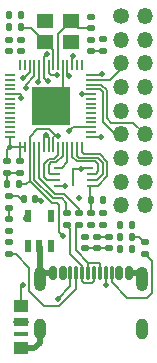
<source format=gbr>
%TF.GenerationSoftware,KiCad,Pcbnew,9.0.0*%
%TF.CreationDate,2025-06-10T15:00:40-04:00*%
%TF.ProjectId,aditBoard,61646974-426f-4617-9264-2e6b69636164,rev?*%
%TF.SameCoordinates,Original*%
%TF.FileFunction,Copper,L1,Top*%
%TF.FilePolarity,Positive*%
%FSLAX46Y46*%
G04 Gerber Fmt 4.6, Leading zero omitted, Abs format (unit mm)*
G04 Created by KiCad (PCBNEW 9.0.0) date 2025-06-10 15:00:40*
%MOMM*%
%LPD*%
G01*
G04 APERTURE LIST*
G04 Aperture macros list*
%AMRoundRect*
0 Rectangle with rounded corners*
0 $1 Rounding radius*
0 $2 $3 $4 $5 $6 $7 $8 $9 X,Y pos of 4 corners*
0 Add a 4 corners polygon primitive as box body*
4,1,4,$2,$3,$4,$5,$6,$7,$8,$9,$2,$3,0*
0 Add four circle primitives for the rounded corners*
1,1,$1+$1,$2,$3*
1,1,$1+$1,$4,$5*
1,1,$1+$1,$6,$7*
1,1,$1+$1,$8,$9*
0 Add four rect primitives between the rounded corners*
20,1,$1+$1,$2,$3,$4,$5,0*
20,1,$1+$1,$4,$5,$6,$7,0*
20,1,$1+$1,$6,$7,$8,$9,0*
20,1,$1+$1,$8,$9,$2,$3,0*%
G04 Aperture macros list end*
%TA.AperFunction,SMDPad,CuDef*%
%ADD10R,1.200000X1.000000*%
%TD*%
%TA.AperFunction,SMDPad,CuDef*%
%ADD11R,1.200000X0.700000*%
%TD*%
%TA.AperFunction,SMDPad,CuDef*%
%ADD12R,1.200000X0.450000*%
%TD*%
%TA.AperFunction,SMDPad,CuDef*%
%ADD13R,0.580000X0.280000*%
%TD*%
%TA.AperFunction,SMDPad,CuDef*%
%ADD14R,0.200000X1.600000*%
%TD*%
%TA.AperFunction,SMDPad,CuDef*%
%ADD15R,0.620000X1.100000*%
%TD*%
%TA.AperFunction,SMDPad,CuDef*%
%ADD16R,1.400000X1.200000*%
%TD*%
%TA.AperFunction,SMDPad,CuDef*%
%ADD17RoundRect,0.140000X0.170000X-0.140000X0.170000X0.140000X-0.170000X0.140000X-0.170000X-0.140000X0*%
%TD*%
%TA.AperFunction,SMDPad,CuDef*%
%ADD18RoundRect,0.135000X0.185000X-0.135000X0.185000X0.135000X-0.185000X0.135000X-0.185000X-0.135000X0*%
%TD*%
%TA.AperFunction,SMDPad,CuDef*%
%ADD19RoundRect,0.140000X-0.140000X-0.170000X0.140000X-0.170000X0.140000X0.170000X-0.140000X0.170000X0*%
%TD*%
%TA.AperFunction,ComponentPad*%
%ADD20C,1.350000*%
%TD*%
%TA.AperFunction,ComponentPad*%
%ADD21O,1.350000X1.350000*%
%TD*%
%TA.AperFunction,SMDPad,CuDef*%
%ADD22RoundRect,0.140000X-0.170000X0.140000X-0.170000X-0.140000X0.170000X-0.140000X0.170000X0.140000X0*%
%TD*%
%TA.AperFunction,SMDPad,CuDef*%
%ADD23RoundRect,0.050000X0.387500X0.050000X-0.387500X0.050000X-0.387500X-0.050000X0.387500X-0.050000X0*%
%TD*%
%TA.AperFunction,SMDPad,CuDef*%
%ADD24RoundRect,0.050000X0.050000X0.387500X-0.050000X0.387500X-0.050000X-0.387500X0.050000X-0.387500X0*%
%TD*%
%TA.AperFunction,HeatsinkPad*%
%ADD25R,3.200000X3.200000*%
%TD*%
%TA.AperFunction,SMDPad,CuDef*%
%ADD26RoundRect,0.135000X-0.185000X0.135000X-0.185000X-0.135000X0.185000X-0.135000X0.185000X0.135000X0*%
%TD*%
%TA.AperFunction,SMDPad,CuDef*%
%ADD27RoundRect,0.135000X-0.135000X-0.185000X0.135000X-0.185000X0.135000X0.185000X-0.135000X0.185000X0*%
%TD*%
%TA.AperFunction,SMDPad,CuDef*%
%ADD28RoundRect,0.150000X-0.150000X-0.425000X0.150000X-0.425000X0.150000X0.425000X-0.150000X0.425000X0*%
%TD*%
%TA.AperFunction,SMDPad,CuDef*%
%ADD29RoundRect,0.075000X-0.075000X-0.500000X0.075000X-0.500000X0.075000X0.500000X-0.075000X0.500000X0*%
%TD*%
%TA.AperFunction,ComponentPad*%
%ADD30O,1.000000X2.100000*%
%TD*%
%TA.AperFunction,ComponentPad*%
%ADD31O,1.000000X1.800000*%
%TD*%
%TA.AperFunction,SMDPad,CuDef*%
%ADD32RoundRect,0.135000X0.135000X0.185000X-0.135000X0.185000X-0.135000X-0.185000X0.135000X-0.185000X0*%
%TD*%
%TA.AperFunction,ViaPad*%
%ADD33C,0.500000*%
%TD*%
%TA.AperFunction,Conductor*%
%ADD34C,0.200000*%
%TD*%
%TA.AperFunction,Conductor*%
%ADD35C,0.508000*%
%TD*%
G04 APERTURE END LIST*
D10*
%TO.P,U1,1,DIN*%
%TO.N,Net-(U1-DIN)*%
X116175000Y-106250000D03*
D11*
%TO.P,U1,2,VDD*%
%TO.N,/5V*%
X116175000Y-107600000D03*
D12*
%TO.P,U1,3,DOUT*%
%TO.N,unconnected-(U1-DOUT-Pad3)*%
X116175000Y-108625000D03*
D10*
%TO.P,U1,4,GND*%
%TO.N,/GND*%
X116175000Y-109850000D03*
%TD*%
D13*
%TO.P,U2,1,/CS*%
%TO.N,/QSPI_SS*%
X121990000Y-96060000D03*
%TO.P,U2,2,DO(IO1)*%
%TO.N,/QSPI_SD1*%
X121990000Y-95560000D03*
%TO.P,U2,3,/WP(IO2)*%
%TO.N,/QSPI_SD2*%
X121990000Y-95060000D03*
%TO.P,U2,4,GND*%
%TO.N,/GND*%
X121990000Y-94560000D03*
%TO.P,U2,5,DI(IO0)*%
%TO.N,/QSPI_SD0*%
X119150000Y-94560000D03*
%TO.P,U2,6,CLK*%
%TO.N,/QSPI_SCLK*%
X119150000Y-95060000D03*
%TO.P,U2,7,/HOLDOR/RESET(IO3)*%
%TO.N,/QSPI_SD3*%
X119150000Y-95560000D03*
%TO.P,U2,8,VCC*%
%TO.N,/3V3*%
X119150000Y-96060000D03*
D14*
%TO.P,U2,9,EPAD*%
%TO.N,/GND*%
X120570000Y-95310000D03*
%TD*%
D15*
%TO.P,U4,1,VIN*%
%TO.N,/5V*%
X116750200Y-101202050D03*
%TO.P,U4,2,GND*%
%TO.N,/GND*%
X117700200Y-101202050D03*
%TO.P,U4,3,EN*%
%TO.N,/5V*%
X118650200Y-101202050D03*
%TO.P,U4,4,NC*%
%TO.N,unconnected-(U4-NC-Pad4)*%
X118650200Y-98602050D03*
%TO.P,U4,5,VOUT*%
%TO.N,/3V3*%
X116750200Y-98602050D03*
%TD*%
D16*
%TO.P,Y1,1,1*%
%TO.N,/XOUT*%
X118160000Y-83880000D03*
%TO.P,Y1,2,2*%
%TO.N,/GND*%
X120360000Y-83880000D03*
%TO.P,Y1,3,3*%
%TO.N,/XIN*%
X120360000Y-82120000D03*
%TO.P,Y1,4,4*%
%TO.N,/GND*%
X118160000Y-82120000D03*
%TD*%
D17*
%TO.P,C13,1*%
%TO.N,/GND*%
X116030000Y-94960000D03*
%TO.P,C13,2*%
%TO.N,/3V3*%
X116030000Y-94000000D03*
%TD*%
%TO.P,C11,1*%
%TO.N,/GND*%
X114990000Y-94970000D03*
%TO.P,C11,2*%
%TO.N,/3V3*%
X114990000Y-94010000D03*
%TD*%
D18*
%TO.P,R1,1*%
%TO.N,/3V3*%
X122090000Y-99405000D03*
%TO.P,R1,2*%
%TO.N,/QSPI_SS*%
X122090000Y-98385000D03*
%TD*%
D19*
%TO.P,C2,1*%
%TO.N,/GND*%
X115150000Y-82670000D03*
%TO.P,C2,2*%
%TO.N,/XOUT*%
X116110000Y-82670000D03*
%TD*%
%TO.P,C7,1*%
%TO.N,/GND*%
X115150000Y-81600000D03*
%TO.P,C7,2*%
%TO.N,/1V1*%
X116110000Y-81600000D03*
%TD*%
D20*
%TO.P,J2,1,Pin_1*%
%TO.N,/GND*%
X124635000Y-81725000D03*
D21*
%TO.P,J2,2,Pin_2*%
X126635000Y-81725000D03*
%TO.P,J2,3,Pin_3*%
%TO.N,/SDA*%
X124635000Y-83725000D03*
%TO.P,J2,4,Pin_4*%
%TO.N,/SCL*%
X126635000Y-83725000D03*
%TO.P,J2,5,Pin_5*%
%TO.N,/PLUG*%
X124635000Y-85725000D03*
%TO.P,J2,6,Pin_6*%
%TO.N,/A2*%
X126635000Y-85725000D03*
%TO.P,J2,7,Pin_7*%
%TO.N,/A1*%
X124635000Y-87725000D03*
%TO.P,J2,8,Pin_8*%
%TO.N,/A0*%
X126635000Y-87725000D03*
%TO.P,J2,9,Pin_9*%
%TO.N,/GND*%
X124635000Y-89725000D03*
%TO.P,J2,10,Pin_10*%
X126635000Y-89725000D03*
%TO.P,J2,11,Pin_11*%
%TO.N,/TXD*%
X124635000Y-91725000D03*
%TO.P,J2,12,Pin_12*%
%TO.N,/RXD*%
X126635000Y-91725000D03*
%TO.P,J2,13,Pin_13*%
%TO.N,/GND*%
X124635000Y-93725000D03*
%TO.P,J2,14,Pin_14*%
X126635000Y-93725000D03*
%TO.P,J2,15,Pin_15*%
%TO.N,/RST*%
X124635000Y-95725000D03*
%TO.P,J2,16,Pin_16*%
%TO.N,/3V3*%
X126635000Y-95725000D03*
%TO.P,J2,17,Pin_17*%
%TO.N,unconnected-(J2-Pin_17-Pad17)*%
X124635000Y-97725000D03*
%TO.P,J2,18,Pin_18*%
%TO.N,unconnected-(J2-Pin_18-Pad18)*%
X126635000Y-97725000D03*
%TD*%
D22*
%TO.P,C10,1*%
%TO.N,/GND*%
X116150000Y-83700000D03*
%TO.P,C10,2*%
%TO.N,/3V3*%
X116150000Y-84660000D03*
%TD*%
D19*
%TO.P,C18,1*%
%TO.N,/3V3*%
X116380000Y-97220000D03*
%TO.P,C18,2*%
%TO.N,/GND*%
X117340000Y-97220000D03*
%TD*%
D23*
%TO.P,U3,1,IOVDD*%
%TO.N,/3V3*%
X122107500Y-91917500D03*
%TO.P,U3,2,GPIO0*%
%TO.N,unconnected-(U3-GPIO0-Pad2)*%
X122107500Y-91517500D03*
%TO.P,U3,3,GPIO1*%
%TO.N,Net-(U1-DIN)*%
X122107500Y-91117500D03*
%TO.P,U3,4,GPIO2*%
%TO.N,unconnected-(U3-GPIO2-Pad4)*%
X122107500Y-90717500D03*
%TO.P,U3,5,GPIO3*%
%TO.N,unconnected-(U3-GPIO3-Pad5)*%
X122107500Y-90317500D03*
%TO.P,U3,6,GPIO4*%
%TO.N,unconnected-(U3-GPIO4-Pad6)*%
X122107500Y-89917500D03*
%TO.P,U3,7,GPIO5*%
%TO.N,unconnected-(U3-GPIO5-Pad7)*%
X122107500Y-89517500D03*
%TO.P,U3,8,GPIO6*%
%TO.N,unconnected-(U3-GPIO6-Pad8)*%
X122107500Y-89117500D03*
%TO.P,U3,9,GPIO7*%
%TO.N,unconnected-(U3-GPIO7-Pad9)*%
X122107500Y-88717500D03*
%TO.P,U3,10,IOVDD*%
%TO.N,/3V3*%
X122107500Y-88317500D03*
%TO.P,U3,11,GPIO8*%
%TO.N,/TXD*%
X122107500Y-87917500D03*
%TO.P,U3,12,GPIO9*%
%TO.N,/RXD*%
X122107500Y-87517500D03*
%TO.P,U3,13,GPIO10*%
%TO.N,/PLUG*%
X122107500Y-87117500D03*
%TO.P,U3,14,GPIO11*%
%TO.N,/RST*%
X122107500Y-86717500D03*
D24*
%TO.P,U3,15,GPIO12*%
%TO.N,unconnected-(U3-GPIO12-Pad15)*%
X121270000Y-85880000D03*
%TO.P,U3,16,GPIO13*%
%TO.N,unconnected-(U3-GPIO13-Pad16)*%
X120870000Y-85880000D03*
%TO.P,U3,17,GPIO14*%
%TO.N,/SDA*%
X120470000Y-85880000D03*
%TO.P,U3,18,GPIO15*%
%TO.N,/SCL*%
X120070000Y-85880000D03*
%TO.P,U3,19,TESTEN*%
%TO.N,/GND*%
X119670000Y-85880000D03*
%TO.P,U3,20,XIN*%
%TO.N,/XIN*%
X119270000Y-85880000D03*
%TO.P,U3,21,XOUT*%
%TO.N,/XOUT*%
X118870000Y-85880000D03*
%TO.P,U3,22,IOVDD*%
%TO.N,/3V3*%
X118470000Y-85880000D03*
%TO.P,U3,23,DVDD*%
%TO.N,/1V1*%
X118070000Y-85880000D03*
%TO.P,U3,24,SWCLK*%
%TO.N,/SWCLK*%
X117670000Y-85880000D03*
%TO.P,U3,25,SWD*%
%TO.N,/SWD*%
X117270000Y-85880000D03*
%TO.P,U3,26,RUN*%
%TO.N,Net-(U3-RUN)*%
X116870000Y-85880000D03*
%TO.P,U3,27,GPIO16*%
%TO.N,unconnected-(U3-GPIO16-Pad27)*%
X116470000Y-85880000D03*
%TO.P,U3,28,GPIO17*%
%TO.N,unconnected-(U3-GPIO17-Pad28)*%
X116070000Y-85880000D03*
D23*
%TO.P,U3,29,GPIO18*%
%TO.N,unconnected-(U3-GPIO18-Pad29)*%
X115232500Y-86717500D03*
%TO.P,U3,30,GPIO19*%
%TO.N,unconnected-(U3-GPIO19-Pad30)*%
X115232500Y-87117500D03*
%TO.P,U3,31,GPIO20*%
%TO.N,unconnected-(U3-GPIO20-Pad31)*%
X115232500Y-87517500D03*
%TO.P,U3,32,GPIO21*%
%TO.N,unconnected-(U3-GPIO21-Pad32)*%
X115232500Y-87917500D03*
%TO.P,U3,33,IOVDD*%
%TO.N,/3V3*%
X115232500Y-88317500D03*
%TO.P,U3,34,GPIO22*%
%TO.N,unconnected-(U3-GPIO22-Pad34)*%
X115232500Y-88717500D03*
%TO.P,U3,35,GPIO23*%
%TO.N,unconnected-(U3-GPIO23-Pad35)*%
X115232500Y-89117500D03*
%TO.P,U3,36,GPIO24*%
%TO.N,unconnected-(U3-GPIO24-Pad36)*%
X115232500Y-89517500D03*
%TO.P,U3,37,GPIO25*%
%TO.N,unconnected-(U3-GPIO25-Pad37)*%
X115232500Y-89917500D03*
%TO.P,U3,38,GPIO26_ADC0*%
%TO.N,unconnected-(U3-GPIO26_ADC0-Pad38)*%
X115232500Y-90317500D03*
%TO.P,U3,39,GPIO27_ADC1*%
%TO.N,unconnected-(U3-GPIO27_ADC1-Pad39)*%
X115232500Y-90717500D03*
%TO.P,U3,40,GPIO28_ADC2*%
%TO.N,unconnected-(U3-GPIO28_ADC2-Pad40)*%
X115232500Y-91117500D03*
%TO.P,U3,41,GPIO29_ADC3*%
%TO.N,unconnected-(U3-GPIO29_ADC3-Pad41)*%
X115232500Y-91517500D03*
%TO.P,U3,42,IOVDD*%
%TO.N,/3V3*%
X115232500Y-91917500D03*
D24*
%TO.P,U3,43,ADC_AVDD*%
X116070000Y-92755000D03*
%TO.P,U3,44,VREG_IN*%
X116470000Y-92755000D03*
%TO.P,U3,45,VREG_VOUT*%
%TO.N,/1V1*%
X116870000Y-92755000D03*
%TO.P,U3,46,USB_DM*%
%TO.N,Net-(U3-USB_DM)*%
X117270000Y-92755000D03*
%TO.P,U3,47,USB_DP*%
%TO.N,Net-(U3-USB_DP)*%
X117670000Y-92755000D03*
%TO.P,U3,48,USB_VDD*%
%TO.N,/3V3*%
X118070000Y-92755000D03*
%TO.P,U3,49,IOVDD*%
X118470000Y-92755000D03*
%TO.P,U3,50,DVDD*%
%TO.N,/1V1*%
X118870000Y-92755000D03*
%TO.P,U3,51,QSPI_SD3*%
%TO.N,/QSPI_SD3*%
X119270000Y-92755000D03*
%TO.P,U3,52,QSPI_SCLK*%
%TO.N,/QSPI_SCLK*%
X119670000Y-92755000D03*
%TO.P,U3,53,QSPI_SD0*%
%TO.N,/QSPI_SD0*%
X120070000Y-92755000D03*
%TO.P,U3,54,QSPI_SD2*%
%TO.N,/QSPI_SD2*%
X120470000Y-92755000D03*
%TO.P,U3,55,QSPI_SD1*%
%TO.N,/QSPI_SD1*%
X120870000Y-92755000D03*
%TO.P,U3,56,QSPI_SS*%
%TO.N,/QSPI_SS*%
X121270000Y-92755000D03*
D25*
%TO.P,U3,57,GND*%
%TO.N,/GND*%
X118670000Y-89317500D03*
%TD*%
D22*
%TO.P,C14,1*%
%TO.N,/GND*%
X115090000Y-83700000D03*
%TO.P,C14,2*%
%TO.N,/3V3*%
X115090000Y-84660000D03*
%TD*%
D17*
%TO.P,C6,1*%
%TO.N,/GND*%
X121575000Y-101350000D03*
%TO.P,C6,2*%
%TO.N,/1V1*%
X121575000Y-100390000D03*
%TD*%
D26*
%TO.P,R7,2*%
%TO.N,/3V3*%
X123125000Y-84700000D03*
%TO.P,R7,1*%
%TO.N,Net-(U3-RUN)*%
X123125000Y-83680000D03*
%TD*%
D22*
%TO.P,C12,1*%
%TO.N,/GND*%
X122050000Y-83740000D03*
%TO.P,C12,2*%
%TO.N,/3V3*%
X122050000Y-84700000D03*
%TD*%
D17*
%TO.P,C5,1*%
%TO.N,/GND*%
X122570000Y-101350000D03*
%TO.P,C5,2*%
%TO.N,/3V3*%
X122570000Y-100390000D03*
%TD*%
%TO.P,C17,1*%
%TO.N,/5V*%
X115090000Y-99875000D03*
%TO.P,C17,2*%
%TO.N,/GND*%
X115090000Y-98915000D03*
%TD*%
D26*
%TO.P,R4,1*%
%TO.N,/GND*%
X115090000Y-100830000D03*
%TO.P,R4,2*%
%TO.N,Net-(J1-CC1)*%
X115090000Y-101850000D03*
%TD*%
%TO.P,R5,1*%
%TO.N,/GND*%
X126660000Y-100830000D03*
%TO.P,R5,2*%
%TO.N,Net-(J1-CC2)*%
X126660000Y-101850000D03*
%TD*%
D17*
%TO.P,C16,1*%
%TO.N,/GND*%
X123570000Y-101350000D03*
%TO.P,C16,2*%
%TO.N,/3V3*%
X123570000Y-100390000D03*
%TD*%
D18*
%TO.P,R3,1*%
%TO.N,/USB_DN*%
X120060000Y-99400000D03*
%TO.P,R3,2*%
%TO.N,Net-(U3-USB_DM)*%
X120060000Y-98380000D03*
%TD*%
D22*
%TO.P,C4,1*%
%TO.N,/GND*%
X122050000Y-81750000D03*
%TO.P,C4,2*%
%TO.N,/XIN*%
X122050000Y-82710000D03*
%TD*%
D18*
%TO.P,R2,1*%
%TO.N,/USB_DP*%
X121080000Y-99400000D03*
%TO.P,R2,2*%
%TO.N,Net-(U3-USB_DP)*%
X121080000Y-98380000D03*
%TD*%
D27*
%TO.P,R27,1*%
%TO.N,/A0*%
X124560000Y-99370000D03*
%TO.P,R27,2*%
%TO.N,/GND*%
X125580000Y-99370000D03*
%TD*%
%TO.P,R29,1*%
%TO.N,/A2*%
X124560000Y-101410000D03*
%TO.P,R29,2*%
%TO.N,/GND*%
X125580000Y-101410000D03*
%TD*%
D22*
%TO.P,C15,1*%
%TO.N,/GND*%
X123090000Y-98415000D03*
%TO.P,C15,2*%
%TO.N,/3V3*%
X123090000Y-99375000D03*
%TD*%
D28*
%TO.P,J1,A1B12,GND*%
%TO.N,/GND*%
X118875000Y-103425000D03*
%TO.P,J1,A4B9,VBUS*%
%TO.N,/5V*%
X119675000Y-103425000D03*
D29*
%TO.P,J1,A5,CC1*%
%TO.N,Net-(J1-CC1)*%
X120825000Y-103425000D03*
%TO.P,J1,A6,D+*%
%TO.N,/USB_DP*%
X121825000Y-103425000D03*
%TO.P,J1,A7,D-*%
%TO.N,/USB_DN*%
X122325000Y-103425000D03*
%TO.P,J1,A8,SBU1*%
%TO.N,/SWCLK*%
X123325000Y-103425000D03*
D28*
%TO.P,J1,B1A12,GND*%
%TO.N,/GND*%
X125275000Y-103425000D03*
%TO.P,J1,B4A9,VBUS*%
%TO.N,/5V*%
X124475000Y-103425000D03*
D29*
%TO.P,J1,B5,CC2*%
%TO.N,Net-(J1-CC2)*%
X123825000Y-103425000D03*
%TO.P,J1,B6,D+*%
%TO.N,/USB_DP*%
X122825000Y-103425000D03*
%TO.P,J1,B7,D-*%
%TO.N,/USB_DN*%
X121325000Y-103425000D03*
%TO.P,J1,B8,SBU2*%
%TO.N,/SWD*%
X120325000Y-103425000D03*
D30*
%TO.P,J1,S1,SHIELD*%
%TO.N,/GND*%
X117755000Y-104000000D03*
D31*
X117755000Y-108180000D03*
D30*
X126395000Y-104000000D03*
D31*
X126395000Y-108180000D03*
%TD*%
D22*
%TO.P,C9,1*%
%TO.N,/3V3*%
X115090000Y-96970000D03*
%TO.P,C9,2*%
%TO.N,/GND*%
X115090000Y-97930000D03*
%TD*%
D32*
%TO.P,R25,1*%
%TO.N,/GND*%
X125580000Y-100390000D03*
%TO.P,R25,2*%
%TO.N,/A1*%
X124560000Y-100390000D03*
%TD*%
D19*
%TO.P,C8,1*%
%TO.N,/GND*%
X114990000Y-95960000D03*
%TO.P,C8,2*%
%TO.N,/1V1*%
X115950000Y-95960000D03*
%TD*%
D27*
%TO.P,R6,1*%
%TO.N,/QSPI_SS*%
X122055000Y-97250000D03*
%TO.P,R6,2*%
%TO.N,Net-(R6-Pad2)*%
X123075000Y-97250000D03*
%TD*%
D33*
%TO.N,/GND*%
X117850000Y-97350000D03*
%TO.N,/5V*%
X115675000Y-107600000D03*
%TO.N,/GND*%
X117700200Y-101280000D03*
X125292500Y-103450000D03*
X118875000Y-103425000D03*
%TO.N,/5V*%
X116750000Y-101200000D03*
X115100000Y-99875000D03*
X118650200Y-101202050D03*
X116525000Y-107600000D03*
%TO.N,Net-(U3-RUN)*%
X116275000Y-86925000D03*
X123150000Y-83675000D03*
%TO.N,/GND*%
X121025000Y-97100000D03*
%TO.N,Net-(R6-Pad2)*%
X123075000Y-97275000D03*
%TO.N,/GND*%
X126660000Y-100830000D03*
X114990000Y-94970000D03*
X116150000Y-83700000D03*
X118160000Y-82120000D03*
X117590000Y-88250000D03*
X122570000Y-101350000D03*
X119850000Y-90310000D03*
X120360000Y-83880000D03*
X115090000Y-97930000D03*
X115100000Y-100830000D03*
X122050000Y-83740000D03*
X123090000Y-98415000D03*
X115090000Y-83700000D03*
X122060000Y-81750000D03*
X125580000Y-99370000D03*
X115150000Y-81600000D03*
X117975000Y-90400000D03*
X119810000Y-88250000D03*
X115150000Y-82675000D03*
X121190000Y-94630000D03*
X125560000Y-101410000D03*
%TO.N,/3V3*%
X116150000Y-88650000D03*
X118260000Y-91790000D03*
X119150000Y-86725000D03*
X122930000Y-91930000D03*
X116525000Y-98850000D03*
X122570000Y-100390000D03*
X119870000Y-96070000D03*
X123090000Y-99375000D03*
X122050000Y-84700000D03*
X116160000Y-84700000D03*
X115090000Y-96970000D03*
X121300000Y-88300000D03*
X122090000Y-99405000D03*
X115220000Y-92830000D03*
X115090000Y-84660000D03*
%TO.N,/1V1*%
X116110000Y-81600000D03*
X119700000Y-100330000D03*
X121600000Y-100390000D03*
X119250000Y-91825000D03*
X118330000Y-84950000D03*
X118425000Y-87200000D03*
%TO.N,/5V*%
X124475000Y-103425000D03*
X119675000Y-103425000D03*
%TO.N,Net-(U1-DIN)*%
X116275000Y-104500000D03*
X120225000Y-91475000D03*
%TO.N,/A2*%
X124540000Y-101410000D03*
%TO.N,/A0*%
X124560000Y-99370000D03*
%TO.N,/A1*%
X124550000Y-100390000D03*
%TO.N,/SCL*%
X120170000Y-86820000D03*
%TO.N,/RST*%
X122990000Y-86600000D03*
%TO.N,/SDA*%
X120560000Y-85050000D03*
%TO.N,/SWCLK*%
X123325000Y-104500000D03*
X117550000Y-87300000D03*
%TO.N,/SWD*%
X119240000Y-105690000D03*
X116525000Y-87825000D03*
%TD*%
D34*
%TO.N,/3V3*%
X119150000Y-86725000D02*
X118685000Y-86725000D01*
X118685000Y-86725000D02*
X118470000Y-86510000D01*
X118470000Y-86510000D02*
X118470000Y-85880000D01*
%TO.N,/1V1*%
X118350000Y-87200000D02*
X118070000Y-86920000D01*
X118425000Y-87200000D02*
X118350000Y-87200000D01*
X118070000Y-86920000D02*
X118070000Y-85880000D01*
X118990000Y-91810000D02*
X118470000Y-91290000D01*
X118985000Y-91825000D02*
X118870000Y-91940000D01*
X119250000Y-91825000D02*
X119235000Y-91810000D01*
X119235000Y-91810000D02*
X118990000Y-91810000D01*
X118470000Y-91290000D02*
X117530000Y-91290000D01*
X117530000Y-91290000D02*
X116880000Y-91940000D01*
X118870000Y-91940000D02*
X118870000Y-92755000D01*
X116880000Y-91940000D02*
X116880000Y-92745000D01*
X116880000Y-92745000D02*
X116870000Y-92755000D01*
X119250000Y-91825000D02*
X118985000Y-91825000D01*
%TO.N,Net-(U3-RUN)*%
X116275000Y-86925000D02*
X116400000Y-86925000D01*
X116870000Y-86455000D02*
X116870000Y-85880000D01*
X116400000Y-86925000D02*
X116870000Y-86455000D01*
%TO.N,/SWD*%
X116525000Y-87555000D02*
X117270000Y-86810000D01*
X116525000Y-87825000D02*
X116525000Y-87555000D01*
X117270000Y-86810000D02*
X117270000Y-85880000D01*
%TO.N,/3V3*%
X116150000Y-88650000D02*
X116150000Y-88370000D01*
X116150000Y-88370000D02*
X116097500Y-88317500D01*
X116097500Y-88317500D02*
X115232500Y-88317500D01*
%TO.N,/GND*%
X117700200Y-101202050D02*
X117700200Y-101280000D01*
X125275000Y-103425000D02*
X125275000Y-103432500D01*
X125275000Y-103432500D02*
X125292500Y-103450000D01*
%TO.N,/5V*%
X116750200Y-101200200D02*
X116750000Y-101200000D01*
X116750200Y-101202050D02*
X116750200Y-101200200D01*
X115090000Y-99875000D02*
X115100000Y-99875000D01*
X116175000Y-107600000D02*
X116525000Y-107600000D01*
%TO.N,/SWCLK*%
X117670000Y-85880000D02*
X117670000Y-87180000D01*
X117670000Y-87180000D02*
X117550000Y-87300000D01*
%TO.N,Net-(U3-RUN)*%
X123145000Y-83680000D02*
X123150000Y-83675000D01*
X123125000Y-83680000D02*
X123145000Y-83680000D01*
%TO.N,/3V3*%
X123125000Y-84700000D02*
X122050000Y-84700000D01*
%TO.N,Net-(R6-Pad2)*%
X123075000Y-97250000D02*
X123075000Y-97275000D01*
%TO.N,/QSPI_SS*%
X122055000Y-97250000D02*
X122055000Y-98350000D01*
X122055000Y-98350000D02*
X122090000Y-98385000D01*
X121990000Y-96060000D02*
X121990000Y-97185000D01*
X121990000Y-97185000D02*
X122055000Y-97250000D01*
D35*
%TO.N,/3V3*%
X116525000Y-98827250D02*
X116760400Y-98591850D01*
X116525000Y-98850000D02*
X116525000Y-98827250D01*
X116760400Y-98591850D02*
X116760400Y-98524100D01*
D34*
%TO.N,Net-(U1-DIN)*%
X120225000Y-91475000D02*
X120575000Y-91125000D01*
X120575000Y-91125000D02*
X122100000Y-91125000D01*
X122100000Y-91125000D02*
X122107500Y-91117500D01*
%TO.N,/XOUT*%
X118870000Y-85880000D02*
X118870000Y-84590000D01*
X118870000Y-84590000D02*
X118160000Y-83880000D01*
X118160000Y-83880000D02*
X116970000Y-82690000D01*
X116970000Y-82690000D02*
X116110000Y-82690000D01*
%TO.N,/GND*%
X114990000Y-95960000D02*
X114990000Y-95810000D01*
X114990000Y-94970000D02*
X114990000Y-95960000D01*
X115090000Y-83740000D02*
X115100000Y-83750000D01*
D35*
X116175000Y-109850000D02*
X117283000Y-109850000D01*
D34*
X125590000Y-101410000D02*
X125600000Y-101420000D01*
X120570000Y-94630000D02*
X120575000Y-94625000D01*
X123570000Y-101350000D02*
X122570000Y-101350000D01*
X120575000Y-94625000D02*
X120580000Y-94630000D01*
X115090000Y-83700000D02*
X115090000Y-83740000D01*
X115090000Y-97930000D02*
X115090000Y-98710000D01*
X119670000Y-88317500D02*
X118670000Y-89317500D01*
D35*
X117710000Y-103425000D02*
X118875000Y-103425000D01*
D34*
X125600000Y-99380000D02*
X125590000Y-99380000D01*
D35*
X125292500Y-103450000D02*
X126457500Y-103450000D01*
X117710000Y-101289800D02*
X117710000Y-103425000D01*
D34*
X115000000Y-94960000D02*
X114990000Y-94970000D01*
X119670000Y-88110000D02*
X119810000Y-88250000D01*
X121260000Y-94560000D02*
X121190000Y-94630000D01*
D35*
X117755000Y-109378000D02*
X117755000Y-108180000D01*
X117283000Y-109850000D02*
X117755000Y-109378000D01*
D34*
X122570000Y-101350000D02*
X121600000Y-101350000D01*
X119670000Y-85880000D02*
X119670000Y-88110000D01*
X125590000Y-99380000D02*
X125580000Y-99370000D01*
X121990000Y-94560000D02*
X121260000Y-94560000D01*
D35*
X117700200Y-101280000D02*
X117710000Y-101289800D01*
D34*
X126090000Y-100390000D02*
X125570000Y-100390000D01*
X119810000Y-88250000D02*
X119670000Y-88317500D01*
X126660000Y-100830000D02*
X126530000Y-100830000D01*
X115150000Y-82670000D02*
X115150000Y-82675000D01*
X125560000Y-101410000D02*
X125590000Y-101410000D01*
X115090000Y-97850000D02*
X115100000Y-97840000D01*
X116030000Y-94960000D02*
X115000000Y-94960000D01*
X120580000Y-94630000D02*
X121190000Y-94630000D01*
X115090000Y-97930000D02*
X115090000Y-97850000D01*
X126530000Y-100830000D02*
X126090000Y-100390000D01*
%TO.N,/XIN*%
X119270000Y-85880000D02*
X119270000Y-83210000D01*
X122260000Y-82710000D02*
X120950000Y-82710000D01*
X120950000Y-82710000D02*
X120360000Y-82120000D01*
X119270000Y-83210000D02*
X120360000Y-82120000D01*
%TO.N,/3V3*%
X121300000Y-88300000D02*
X121317500Y-88317500D01*
X119860000Y-96060000D02*
X119870000Y-96070000D01*
X122107500Y-91917500D02*
X122917500Y-91917500D01*
X118470000Y-92000000D02*
X118260000Y-91790000D01*
X118470000Y-92755000D02*
X118470000Y-92000000D01*
X122570000Y-100390000D02*
X122570000Y-100360000D01*
X118070000Y-91980000D02*
X118260000Y-91790000D01*
X115100000Y-96960000D02*
X115090000Y-96970000D01*
X116120000Y-97220000D02*
X116380000Y-97220000D01*
X121317500Y-88317500D02*
X122107500Y-88317500D01*
X116150000Y-84690000D02*
X116160000Y-84700000D01*
X115090000Y-96970000D02*
X115870000Y-96970000D01*
X116470000Y-92755000D02*
X116070000Y-92755000D01*
X118070000Y-92755000D02*
X118070000Y-91980000D01*
X115295000Y-92755000D02*
X115220000Y-92830000D01*
X116070000Y-92755000D02*
X115295000Y-92755000D01*
X114990000Y-94010000D02*
X114990000Y-93060000D01*
X115232500Y-92817500D02*
X115220000Y-92830000D01*
X119150000Y-96060000D02*
X119860000Y-96060000D01*
X116160000Y-84700000D02*
X116140000Y-84700000D01*
X122917500Y-91917500D02*
X122930000Y-91930000D01*
X123530000Y-100390000D02*
X123580000Y-100340000D01*
X122020000Y-99405000D02*
X122000000Y-99425000D01*
X116070000Y-93960000D02*
X116070000Y-92755000D01*
X115232500Y-91917500D02*
X115232500Y-92817500D01*
X115870000Y-96970000D02*
X116120000Y-97220000D01*
X115100000Y-96880000D02*
X115100000Y-96960000D01*
X122090000Y-99405000D02*
X122020000Y-99405000D01*
X115100000Y-84710000D02*
X115150000Y-84710000D01*
X116150000Y-84660000D02*
X116150000Y-84690000D01*
X116030000Y-94000000D02*
X116070000Y-93960000D01*
X122570000Y-100360000D02*
X122560000Y-100350000D01*
X114990000Y-93060000D02*
X115220000Y-92830000D01*
X122570000Y-100390000D02*
X123530000Y-100390000D01*
%TO.N,/1V1*%
X116870000Y-95040000D02*
X116870000Y-95660000D01*
X116870000Y-92755000D02*
X116870000Y-95040000D01*
X118070000Y-85880000D02*
X118070000Y-85210000D01*
X119350000Y-99980000D02*
X119700000Y-100330000D01*
X119350000Y-97690000D02*
X119350000Y-99980000D01*
X119210000Y-97550000D02*
X119350000Y-97690000D01*
X116870000Y-95660000D02*
X116570000Y-95960000D01*
X118760000Y-97550000D02*
X119210000Y-97550000D01*
X116870000Y-95660000D02*
X118760000Y-97550000D01*
X116570000Y-95960000D02*
X115950000Y-95960000D01*
X118070000Y-85210000D02*
X118330000Y-84950000D01*
D35*
%TO.N,/5V*%
X118640000Y-101191850D02*
X118650200Y-101202050D01*
D34*
%TO.N,/USB_DN*%
X121325000Y-102850001D02*
X121325000Y-103425000D01*
X121325000Y-104120000D02*
X121325000Y-103425000D01*
X121475000Y-104270000D02*
X121325000Y-104120000D01*
X122325000Y-104120000D02*
X122175000Y-104270000D01*
X122325000Y-103425000D02*
X122325000Y-104120000D01*
X120290000Y-101815001D02*
X121325000Y-102850001D01*
X122175000Y-104270000D02*
X121475000Y-104270000D01*
X120010000Y-99430000D02*
X119980000Y-99430000D01*
X120290000Y-99710000D02*
X120290000Y-101815001D01*
X120290000Y-99710000D02*
X120010000Y-99430000D01*
%TO.N,Net-(J1-CC1)*%
X120825000Y-103425000D02*
X120825000Y-104845000D01*
X118125000Y-106275000D02*
X116850000Y-105000000D01*
X120825000Y-104845000D02*
X119395000Y-106275000D01*
X119395000Y-106275000D02*
X118125000Y-106275000D01*
X116850000Y-103000000D02*
X115700000Y-101850000D01*
X115700000Y-101850000D02*
X115100000Y-101850000D01*
X116850000Y-105000000D02*
X116850000Y-103000000D01*
%TO.N,/USB_DP*%
X120790000Y-99690000D02*
X121080000Y-99400000D01*
X121825000Y-103425000D02*
X121825000Y-102580000D01*
X122800000Y-103435000D02*
X122790000Y-103425000D01*
X122825000Y-102680000D02*
X122725000Y-102580000D01*
X122725000Y-102580000D02*
X121825000Y-102580000D01*
X122825000Y-103425000D02*
X122825000Y-102680000D01*
X120790000Y-101545000D02*
X121825000Y-102580000D01*
X120790000Y-99690000D02*
X120790000Y-101545000D01*
%TO.N,Net-(J1-CC2)*%
X123825000Y-104245298D02*
X123825000Y-103685730D01*
X127250000Y-105125000D02*
X126825000Y-105550000D01*
X125129702Y-105550000D02*
X123825000Y-104245298D01*
X126825000Y-105550000D02*
X125129702Y-105550000D01*
X127250000Y-102440000D02*
X127250000Y-105125000D01*
X123825000Y-103685730D02*
X123840000Y-103670730D01*
X126660000Y-101850000D02*
X127250000Y-102440000D01*
%TO.N,Net-(U3-USB_DP)*%
X119780000Y-96770000D02*
X121080000Y-98070000D01*
X121080000Y-98070000D02*
X121080000Y-98380000D01*
X119000000Y-96770000D02*
X119780000Y-96770000D01*
X117670000Y-95440000D02*
X119000000Y-96770000D01*
X117670000Y-92755000D02*
X117670000Y-95440000D01*
%TO.N,Net-(U3-USB_DM)*%
X118840000Y-97130000D02*
X119570000Y-97130000D01*
X117270000Y-92755000D02*
X117270000Y-95560000D01*
X119980000Y-97540000D02*
X119980000Y-98410000D01*
X117270000Y-95560000D02*
X118840000Y-97130000D01*
X119570000Y-97130000D02*
X119980000Y-97540000D01*
%TO.N,/QSPI_SS*%
X121990000Y-96060000D02*
X122665000Y-96060000D01*
X122841800Y-93416800D02*
X121440000Y-93416800D01*
X122665000Y-96060000D02*
X123450000Y-95275000D01*
X121440000Y-93416800D02*
X121270000Y-93246800D01*
X123450000Y-94025000D02*
X122841800Y-93416800D01*
X123450000Y-95275000D02*
X123450000Y-94025000D01*
X121270000Y-93246800D02*
X121270000Y-92755000D01*
%TO.N,/QSPI_SD2*%
X122675000Y-94865000D02*
X122675000Y-94275000D01*
X121990000Y-95060000D02*
X122480000Y-95060000D01*
X122420000Y-94020000D02*
X120840000Y-94020000D01*
X122480000Y-95060000D02*
X122675000Y-94865000D01*
X122675000Y-94275000D02*
X122420000Y-94020000D01*
X120840000Y-94020000D02*
X120470000Y-93650000D01*
X120470000Y-93650000D02*
X120470000Y-92755000D01*
%TO.N,/QSPI_SD3*%
X119270000Y-92755000D02*
X119270000Y-93455000D01*
X118475000Y-93775000D02*
X118050000Y-94200000D01*
X118050000Y-94200000D02*
X118050000Y-95300000D01*
X118310000Y-95560000D02*
X119150000Y-95560000D01*
X119270000Y-93455000D02*
X118950000Y-93775000D01*
X118050000Y-95300000D02*
X118310000Y-95560000D01*
X118950000Y-93775000D02*
X118475000Y-93775000D01*
%TO.N,/QSPI_SCLK*%
X119670000Y-93555000D02*
X119125000Y-94100000D01*
X118475000Y-94300000D02*
X118475000Y-94975000D01*
X118475000Y-94975000D02*
X118560000Y-95060000D01*
X118560000Y-95060000D02*
X119150000Y-95060000D01*
X119125000Y-94100000D02*
X118675000Y-94100000D01*
X119670000Y-92755000D02*
X119670000Y-93555000D01*
X118675000Y-94100000D02*
X118475000Y-94300000D01*
%TO.N,/QSPI_SD1*%
X122643400Y-93718400D02*
X121060000Y-93718400D01*
X123050000Y-95075000D02*
X123050000Y-94125000D01*
X121990000Y-95560000D02*
X122565000Y-95560000D01*
X123050000Y-94125000D02*
X122643400Y-93718400D01*
X122565000Y-95560000D02*
X123050000Y-95075000D01*
X120870000Y-93528400D02*
X120870000Y-92755000D01*
X121060000Y-93718400D02*
X120870000Y-93528400D01*
%TO.N,/QSPI_SD0*%
X119615000Y-94560000D02*
X119150000Y-94560000D01*
X120070000Y-94105000D02*
X119615000Y-94560000D01*
X120070000Y-92755000D02*
X120070000Y-94105000D01*
%TO.N,Net-(U1-DIN)*%
X116175000Y-104600000D02*
X116275000Y-104500000D01*
X116175000Y-106250000D02*
X116175000Y-104600000D01*
%TO.N,/RXD*%
X122107500Y-87517500D02*
X122954607Y-87517500D01*
X123420000Y-87982893D02*
X123420000Y-90360000D01*
X123420000Y-90360000D02*
X123790000Y-90730000D01*
X125640000Y-90730000D02*
X126635000Y-91725000D01*
X122954607Y-87517500D02*
X123420000Y-87982893D01*
X123790000Y-90730000D02*
X125640000Y-90730000D01*
%TO.N,/PLUG*%
X122107500Y-87117500D02*
X123702500Y-87117500D01*
X123702500Y-87117500D02*
X124635000Y-86185000D01*
X124635000Y-86185000D02*
X124635000Y-85725000D01*
%TO.N,/A2*%
X124570000Y-101430000D02*
X124580000Y-101420000D01*
X124540000Y-101410000D02*
X124560000Y-101430000D01*
X124560000Y-101430000D02*
X124570000Y-101430000D01*
%TO.N,/TXD*%
X123070000Y-88140000D02*
X123070000Y-90680000D01*
X122107500Y-87917500D02*
X122847500Y-87917500D01*
X123070000Y-90680000D02*
X124115000Y-91725000D01*
X124115000Y-91725000D02*
X124635000Y-91725000D01*
X122847500Y-87917500D02*
X123070000Y-88140000D01*
%TO.N,/A0*%
X124560000Y-99370000D02*
X124570000Y-99370000D01*
X124570000Y-99370000D02*
X124580000Y-99380000D01*
%TO.N,/SCL*%
X120070000Y-86720000D02*
X120170000Y-86820000D01*
X120070000Y-85880000D02*
X120070000Y-86720000D01*
%TO.N,/RST*%
X122872500Y-86717500D02*
X122107500Y-86717500D01*
X122990000Y-86600000D02*
X122872500Y-86717500D01*
%TO.N,/SDA*%
X120470000Y-85880000D02*
X120470000Y-85140000D01*
X120470000Y-85140000D02*
X120560000Y-85050000D01*
%TO.N,/SWCLK*%
X123325000Y-103425000D02*
X123325000Y-104500000D01*
%TO.N,/SWD*%
X119240000Y-105690000D02*
X120325000Y-104605000D01*
X120325000Y-104605000D02*
X120325000Y-103425000D01*
%TO.N,/5V*%
X116175000Y-107600000D02*
X115675000Y-107600000D01*
%TO.N,/GND*%
X117720000Y-97220000D02*
X117850000Y-97350000D01*
X117340000Y-97220000D02*
X117720000Y-97220000D01*
%TD*%
M02*

</source>
